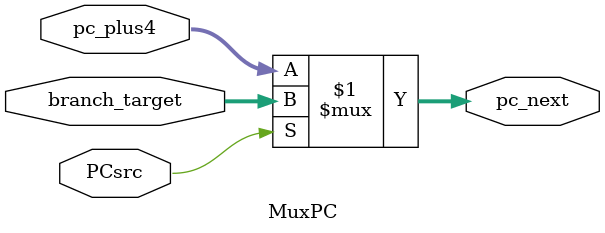
<source format=sv>

module MuxPC (
    input  logic        PCsrc,         // Señal de control (0=secuencial, 1=branch/jump)
    input  logic [31:0] pc_plus4,      // PC + 4
    input  logic [31:0] branch_target, // Dirección de salto
    output logic [31:0] pc_next        // Próximo PC
);

    assign pc_next = (PCsrc) ? branch_target : pc_plus4;

endmodule
</source>
